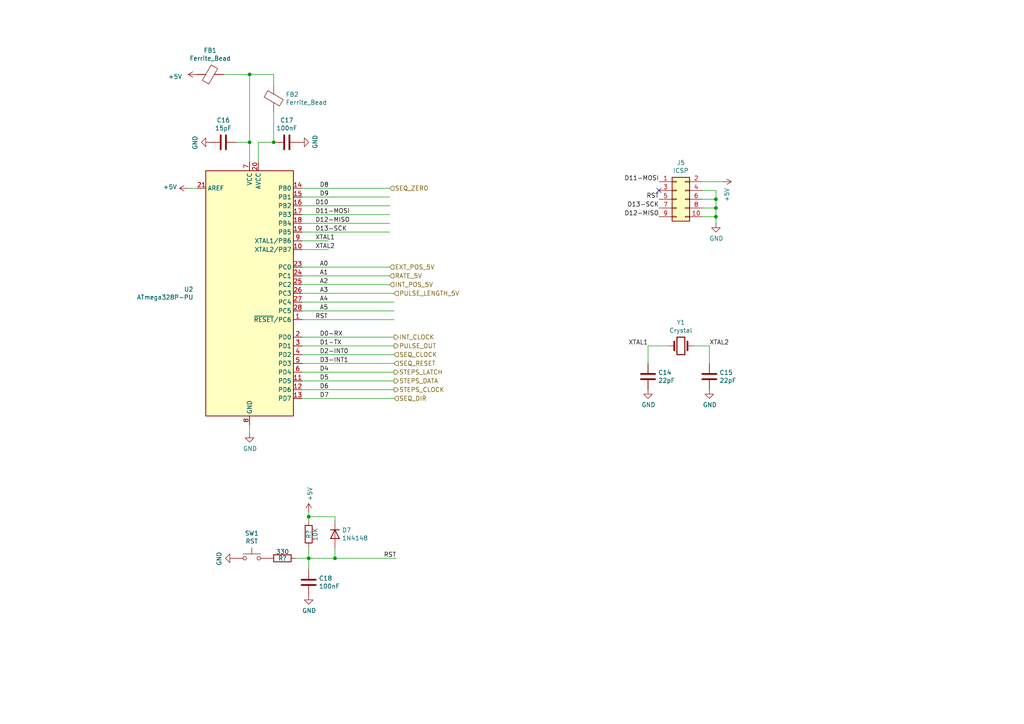
<source format=kicad_sch>
(kicad_sch (version 20230121) (generator eeschema)
  (paper "A4")
  (lib_symbols
    (symbol "Connector_Generic:Conn_02x05_Odd_Even" (pin_names (offset 1.016) hide)
      (property "Reference" "J" (at 1.27 7.62 0))
      (property "Value" "Conn_02x05_Odd_Even" (at 1.27 -7.62 0))
      (symbol "Conn_02x05_Odd_Even_1_1"
        (rectangle (start -1.27 -4.953) (end 0 -5.207) (stroke (width 0.1524)))
        (rectangle (start -1.27 -2.413) (end 0 -2.667) (stroke (width 0.1524)))
        (rectangle (start -1.27 0.127) (end 0 -0.127) (stroke (width 0.1524)))
        (rectangle (start -1.27 2.667) (end 0 2.413) (stroke (width 0.1524)))
        (rectangle (start -1.27 5.207) (end 0 4.953) (stroke (width 0.1524)))
        (rectangle (start -1.27 6.35) (end 3.81 -6.35) (stroke (width 0.254)) (fill (type background)))
        (rectangle (start 3.81 -4.953) (end 2.54 -5.207) (stroke (width 0.1524)))
        (rectangle (start 3.81 -2.413) (end 2.54 -2.667) (stroke (width 0.1524)))
        (rectangle (start 3.81 0.127) (end 2.54 -0.127) (stroke (width 0.1524)))
        (rectangle (start 3.81 2.667) (end 2.54 2.413) (stroke (width 0.1524)))
        (rectangle (start 3.81 5.207) (end 2.54 4.953) (stroke (width 0.1524)))
        (pin passive line (at -5.08 5.08 0) (length 3.81) (name "Pin_1") (number "1"))
        (pin passive line (at 7.62 -5.08 180) (length 3.81) (name "Pin_10") (number "10"))
        (pin passive line (at 7.62 5.08 180) (length 3.81) (name "Pin_2") (number "2"))
        (pin passive line (at -5.08 2.54 0) (length 3.81) (name "Pin_3") (number "3"))
        (pin passive line (at 7.62 2.54 180) (length 3.81) (name "Pin_4") (number "4"))
        (pin passive line (at -5.08 0 0) (length 3.81) (name "Pin_5") (number "5"))
        (pin passive line (at 7.62 0 180) (length 3.81) (name "Pin_6") (number "6"))
        (pin passive line (at -5.08 -2.54 0) (length 3.81) (name "Pin_7") (number "7"))
        (pin passive line (at 7.62 -2.54 180) (length 3.81) (name "Pin_8") (number "8"))
        (pin passive line (at -5.08 -5.08 0) (length 3.81) (name "Pin_9") (number "9"))
      )
    )
    (symbol "Device:C" (pin_numbers hide) (pin_names (offset 0.254))
      (property "Reference" "C" (at 0.635 2.54 0))
      (property "Value" "C" (at 0.635 -2.54 0))
      (symbol "C_0_1"
        (polyline (pts (xy -2.032 -0.762) (xy 2.032 -0.762)) (stroke (width 0.508)))
        (polyline (pts (xy -2.032 0.762) (xy 2.032 0.762)) (stroke (width 0.508)))
      )
      (symbol "C_1_1"
        (pin passive line (at 0 3.81 270) (length 2.794) (name "~") (number "1"))
        (pin passive line (at 0 -3.81 90) (length 2.794) (name "~") (number "2"))
      )
    )
    (symbol "Device:Crystal" (pin_numbers hide) (pin_names (offset 1.016) hide)
      (property "Reference" "Y" (at 0 3.81 0))
      (property "Value" "Crystal" (at 0 -3.81 0))
      (symbol "Crystal_0_1"
        (rectangle (start -1.143 2.54) (end 1.143 -2.54) (stroke (width 0.3048)))
        (polyline (pts (xy -2.54 0) (xy -1.905 0)))
        (polyline (pts (xy -1.905 -1.27) (xy -1.905 1.27)) (stroke (width 0.508)))
        (polyline (pts (xy 1.905 -1.27) (xy 1.905 1.27)) (stroke (width 0.508)))
        (polyline (pts (xy 2.54 0) (xy 1.905 0)))
      )
      (symbol "Crystal_1_1"
        (pin passive line (at -3.81 0 0) (length 1.27) (name "1") (number "1"))
        (pin passive line (at 3.81 0 180) (length 1.27) (name "2") (number "2"))
      )
    )
    (symbol "Device:D" (pin_numbers hide) (pin_names (offset 1.016) hide)
      (property "Reference" "D" (at 0 2.54 0))
      (property "Value" "D" (at 0 -2.54 0))
      (symbol "D_0_1"
        (polyline (pts (xy -1.27 1.27) (xy -1.27 -1.27)) (stroke (width 0.254)))
        (polyline (pts (xy 1.27 0) (xy -1.27 0)))
        (polyline (pts (xy 1.27 1.27) (xy 1.27 -1.27) (xy -1.27 0) (xy 1.27 1.27)) (stroke (width 0.254)))
      )
      (symbol "D_1_1"
        (pin passive line (at -3.81 0 0) (length 2.54) (name "K") (number "1"))
        (pin passive line (at 3.81 0 180) (length 2.54) (name "A") (number "2"))
      )
    )
    (symbol "Device:R" (pin_numbers hide) (pin_names (offset 0))
      (property "Reference" "R" (at 2.032 0 90))
      (property "Value" "R" (at 0 0 90))
      (symbol "R_0_1"
        (rectangle (start -1.016 -2.54) (end 1.016 2.54) (stroke (width 0.254)))
      )
      (symbol "R_1_1"
        (pin passive line (at 0 3.81 270) (length 1.27) (name "~") (number "1"))
        (pin passive line (at 0 -3.81 90) (length 1.27) (name "~") (number "2"))
      )
    )
    (symbol "Switch:SW_Push" (pin_numbers hide) (pin_names (offset 1.016) hide)
      (property "Reference" "SW" (at 1.27 2.54 0))
      (property "Value" "SW_Push" (at 0 -1.524 0))
      (symbol "SW_Push_0_1"
        (circle (center -2.032 0) (radius 0.508))
        (polyline (pts (xy 0 1.27) (xy 0 3.048)))
        (polyline (pts (xy 2.54 1.27) (xy -2.54 1.27)))
        (circle (center 2.032 0) (radius 0.508))
        (pin passive line (at -5.08 0 0) (length 2.54) (name "1") (number "1"))
        (pin passive line (at 5.08 0 180) (length 2.54) (name "2") (number "2"))
      )
    )
    (symbol "brain-rescue:ATmega328P-PU-MCU_Microchip_ATmega"
      (property "Reference" "U" (at -12.7 36.83 0))
      (property "Value" "ATmega328P-PU-MCU_Microchip_ATmega" (at 2.54 -36.83 0))
      (symbol "ATmega328P-PU-MCU_Microchip_ATmega_0_1"
        (rectangle (start -12.7 -35.56) (end 12.7 35.56) (stroke (width 0.254)) (fill (type background)))
      )
      (symbol "ATmega328P-PU-MCU_Microchip_ATmega_1_1"
        (pin tri_state line (at 15.24 -7.62 180) (length 2.54) (name "~{RESET}/PC6") (number "1"))
        (pin tri_state line (at 15.24 12.7 180) (length 2.54) (name "XTAL2/PB7") (number "10"))
        (pin tri_state line (at 15.24 -25.4 180) (length 2.54) (name "PD5") (number "11"))
        (pin tri_state line (at 15.24 -27.94 180) (length 2.54) (name "PD6") (number "12"))
        (pin tri_state line (at 15.24 -30.48 180) (length 2.54) (name "PD7") (number "13"))
        (pin tri_state line (at 15.24 30.48 180) (length 2.54) (name "PB0") (number "14"))
        (pin tri_state line (at 15.24 27.94 180) (length 2.54) (name "PB1") (number "15"))
        (pin tri_state line (at 15.24 25.4 180) (length 2.54) (name "PB2") (number "16"))
        (pin tri_state line (at 15.24 22.86 180) (length 2.54) (name "PB3") (number "17"))
        (pin tri_state line (at 15.24 20.32 180) (length 2.54) (name "PB4") (number "18"))
        (pin tri_state line (at 15.24 17.78 180) (length 2.54) (name "PB5") (number "19"))
        (pin tri_state line (at 15.24 -12.7 180) (length 2.54) (name "PD0") (number "2"))
        (pin power_in line (at 2.54 38.1 270) (length 2.54) (name "AVCC") (number "20"))
        (pin passive line (at -15.24 30.48 0) (length 2.54) (name "AREF") (number "21"))
        (pin passive line (at 0 -38.1 90) (length 2.54) hide (name "GND") (number "22"))
        (pin tri_state line (at 15.24 7.62 180) (length 2.54) (name "PC0") (number "23"))
        (pin tri_state line (at 15.24 5.08 180) (length 2.54) (name "PC1") (number "24"))
        (pin tri_state line (at 15.24 2.54 180) (length 2.54) (name "PC2") (number "25"))
        (pin tri_state line (at 15.24 0 180) (length 2.54) (name "PC3") (number "26"))
        (pin tri_state line (at 15.24 -2.54 180) (length 2.54) (name "PC4") (number "27"))
        (pin tri_state line (at 15.24 -5.08 180) (length 2.54) (name "PC5") (number "28"))
        (pin tri_state line (at 15.24 -15.24 180) (length 2.54) (name "PD1") (number "3"))
        (pin tri_state line (at 15.24 -17.78 180) (length 2.54) (name "PD2") (number "4"))
        (pin tri_state line (at 15.24 -20.32 180) (length 2.54) (name "PD3") (number "5"))
        (pin tri_state line (at 15.24 -22.86 180) (length 2.54) (name "PD4") (number "6"))
        (pin power_in line (at 0 38.1 270) (length 2.54) (name "VCC") (number "7"))
        (pin power_in line (at 0 -38.1 90) (length 2.54) (name "GND") (number "8"))
        (pin tri_state line (at 15.24 15.24 180) (length 2.54) (name "XTAL1/PB6") (number "9"))
      )
    )
    (symbol "brain-rescue:Ferrite_Bead-Device" (pin_numbers hide) (pin_names (offset 0))
      (property "Reference" "FB" (at -3.81 0.635 90))
      (property "Value" "Device_Ferrite_Bead" (at 3.81 0 90))
      (symbol "Ferrite_Bead-Device_0_1"
        (polyline (pts (xy 0 -1.27) (xy 0 -1.2192)))
        (polyline (pts (xy 0 1.27) (xy 0 1.2954)))
        (polyline (pts (xy -2.7686 0.4064) (xy -1.7018 2.2606) (xy 2.7686 -0.3048) (xy 1.6764 -2.159) (xy -2.7686 0.4064)))
      )
      (symbol "Ferrite_Bead-Device_1_1"
        (pin passive line (at 0 3.81 270) (length 2.54) (name "~") (number "1"))
        (pin passive line (at 0 -3.81 90) (length 2.54) (name "~") (number "2"))
      )
    )
    (symbol "power:+5V" (power) (pin_names (offset 0))
      (property "Value" "+5V" (at 0 3.556 0))
      (symbol "+5V_0_1"
        (polyline (pts (xy -0.762 1.27) (xy 0 2.54)))
        (polyline (pts (xy 0 0) (xy 0 2.54)))
        (polyline (pts (xy 0 2.54) (xy 0.762 1.27)))
      )
      (symbol "+5V_1_1"
        (pin power_in line (at 0 0 90) (length 0) hide (name "+5V") (number "1"))
      )
    )
    (symbol "power:GND" (power) (pin_names (offset 0))
      (property "Value" "GND" (at 0 -3.81 0))
      (symbol "GND_0_1"
        (polyline (pts (xy 0 0) (xy 0 -1.27) (xy 1.27 -1.27) (xy 0 -2.54) (xy -1.27 -1.27) (xy 0 -1.27)))
      )
      (symbol "GND_1_1"
        (pin power_in line (at 0 0 270) (length 0) hide (name "GND") (number "1"))
      )
    )
  )
  (junction (at 89.535 149.86))
  (junction (at 72.39 41.275))
  (junction (at 89.535 161.925))
  (junction (at 207.645 57.785))
  (junction (at 79.375 41.275))
  (junction (at 207.645 62.865))
  (junction (at 207.645 60.325))
  (junction (at 72.39 21.59))
  (junction (at 97.155 161.925))
  (no_connect (at 191.135 55.245))
  (wire (pts (xy 203.835 62.865) (xy 207.645 62.865)))
  (wire (pts (xy 203.835 57.785) (xy 207.645 57.785)))
  (wire (pts (xy 97.155 161.925) (xy 114.935 161.925)))
  (wire (pts (xy 89.535 151.13) (xy 89.535 149.86)))
  (wire (pts (xy 72.39 41.275) (xy 72.39 46.99)))
  (wire (pts (xy 87.63 113.03) (xy 114.3 113.03)))
  (wire (pts (xy 87.63 59.69) (xy 113.03 59.69)))
  (wire (pts (xy 187.96 100.33) (xy 187.96 105.41)))
  (wire (pts (xy 87.63 85.09) (xy 114.3 85.09)))
  (wire (pts (xy 87.63 87.63) (xy 114.3 87.63)))
  (wire (pts (xy 72.39 123.19) (xy 72.39 125.73)))
  (wire (pts (xy 87.63 100.33) (xy 114.3 100.33)))
  (wire (pts (xy 87.63 105.41) (xy 114.3 105.41)))
  (wire (pts (xy 87.63 92.71) (xy 114.3 92.71)))
  (wire (pts (xy 87.63 72.39) (xy 95.25 72.39)))
  (wire (pts (xy 207.645 60.325) (xy 207.645 62.865)))
  (wire (pts (xy 87.63 102.87) (xy 114.3 102.87)))
  (wire (pts (xy 97.155 149.86) (xy 97.155 151.13)))
  (wire (pts (xy 87.63 69.85) (xy 95.25 69.85)))
  (wire (pts (xy 87.63 54.61) (xy 113.03 54.61)))
  (wire (pts (xy 87.63 107.95) (xy 114.3 107.95)))
  (wire (pts (xy 87.63 82.55) (xy 113.03 82.55)))
  (wire (pts (xy 89.535 148.59) (xy 89.535 149.86)))
  (wire (pts (xy 87.63 57.15) (xy 113.03 57.15)))
  (wire (pts (xy 203.835 52.705) (xy 209.55 52.705)))
  (wire (pts (xy 201.295 100.33) (xy 205.74 100.33)))
  (wire (pts (xy 193.675 100.33) (xy 187.96 100.33)))
  (wire (pts (xy 79.375 21.59) (xy 79.375 24.765)))
  (wire (pts (xy 207.645 62.865) (xy 207.645 64.77)))
  (wire (pts (xy 87.63 64.77) (xy 113.03 64.77)))
  (wire (pts (xy 85.725 161.925) (xy 89.535 161.925)))
  (wire (pts (xy 203.835 60.325) (xy 207.645 60.325)))
  (wire (pts (xy 79.375 41.275) (xy 74.93 41.275)))
  (wire (pts (xy 207.645 55.245) (xy 207.645 57.785)))
  (wire (pts (xy 79.375 32.385) (xy 79.375 41.275)))
  (wire (pts (xy 89.535 165.1) (xy 89.535 161.925)))
  (wire (pts (xy 87.63 77.47) (xy 113.03 77.47)))
  (wire (pts (xy 89.535 149.86) (xy 97.155 149.86)))
  (wire (pts (xy 72.39 21.59) (xy 72.39 41.275)))
  (wire (pts (xy 68.58 41.275) (xy 72.39 41.275)))
  (wire (pts (xy 205.74 100.33) (xy 205.74 105.41)))
  (wire (pts (xy 87.63 110.49) (xy 114.3 110.49)))
  (wire (pts (xy 97.155 158.75) (xy 97.155 161.925)))
  (wire (pts (xy 64.77 21.59) (xy 72.39 21.59)))
  (wire (pts (xy 207.645 57.785) (xy 207.645 60.325)))
  (wire (pts (xy 72.39 21.59) (xy 79.375 21.59)))
  (wire (pts (xy 87.63 97.79) (xy 114.3 97.79)))
  (wire (pts (xy 203.835 55.245) (xy 207.645 55.245)))
  (wire (pts (xy 74.93 41.275) (xy 74.93 46.99)))
  (wire (pts (xy 89.535 161.925) (xy 97.155 161.925)))
  (wire (pts (xy 87.63 80.01) (xy 113.03 80.01)))
  (wire (pts (xy 87.63 62.23) (xy 113.03 62.23)))
  (wire (pts (xy 87.63 90.17) (xy 114.3 90.17)))
  (wire (pts (xy 87.63 115.57) (xy 114.3 115.57)))
  (wire (pts (xy 87.63 67.31) (xy 113.03 67.31)))
  (wire (pts (xy 54.61 54.61) (xy 57.15 54.61)))
  (wire (pts (xy 89.535 158.75) (xy 89.535 161.925)))
  (label "XTAL2" (at 91.44 72.39 0))
  (label "D2-INT0" (at 92.71 102.87 0))
  (label "D5" (at 92.71 110.49 0))
  (label "D11-MOSI" (at 91.44 62.23 0))
  (label "D9" (at 92.71 57.15 0))
  (label "D13-SCK" (at 191.135 60.325 180))
  (label "D12-MISO" (at 91.44 64.77 0))
  (label "XTAL2" (at 205.74 100.33 0))
  (label "A3" (at 92.71 85.09 0))
  (label "A1" (at 92.71 80.01 0))
  (label "A4" (at 92.71 87.63 0))
  (label "D3-INT1" (at 92.71 105.41 0))
  (label "D4" (at 92.71 107.95 0))
  (label "D6" (at 92.71 113.03 0))
  (label "A5" (at 92.71 90.17 0))
  (label "XTAL1" (at 91.44 69.85 0))
  (label "RST" (at 191.135 57.785 180))
  (label "XTAL1" (at 187.96 100.33 180))
  (label "D0-RX" (at 92.71 97.79 0))
  (label "RST" (at 91.44 92.71 0))
  (label "D10" (at 91.44 59.69 0))
  (label "D8" (at 92.71 54.61 0))
  (label "D7" (at 92.71 115.57 0))
  (label "D12-MISO" (at 191.135 62.865 180))
  (label "D1-TX" (at 92.71 100.33 0))
  (label "RST" (at 114.935 161.925 180))
  (label "A2" (at 92.71 82.55 0))
  (label "D11-MOSI" (at 191.135 52.705 180))
  (label "D13-SCK" (at 91.44 67.31 0))
  (label "A0" (at 92.71 77.47 0))
  (hierarchical_label "SEQ_DIR" (shape input) (at 114.3 115.57 0))
  (hierarchical_label "INT_POS_5V" (shape input) (at 113.03 82.55 0))
  (hierarchical_label "STEPS_LATCH" (shape output) (at 114.3 107.95 0))
  (hierarchical_label "STEPS_DATA" (shape output) (at 114.3 110.49 0))
  (hierarchical_label "SEQ_ZERO" (shape input) (at 113.03 54.61 0))
  (hierarchical_label "EXT_POS_5V" (shape input) (at 113.03 77.47 0))
  (hierarchical_label "PULSE_LENGTH_5V" (shape input) (at 114.3 85.09 0))
  (hierarchical_label "INT_CLOCK" (shape output) (at 114.3 97.79 0))
  (hierarchical_label "PULSE_OUT" (shape output) (at 114.3 100.33 0))
  (hierarchical_label "SEQ_CLOCK" (shape input) (at 114.3 102.87 0))
  (hierarchical_label "SEQ_RESET" (shape input) (at 114.3 105.41 0))
  (hierarchical_label "RATE_5V" (shape input) (at 113.03 80.01 0))
  (hierarchical_label "STEPS_CLOCK" (shape output) (at 114.3 113.03 0))
  (symbol (lib_id "Connector_Generic:Conn_02x05_Odd_Even") (at 196.215 57.785 0) (unit 1)
    (property "Reference" "J5" (at 197.485 47.1932 0))
    (property "Value" "ICSP" (at 197.485 49.5046 0))
    (property "Footprint" "Connector_PinHeader_2.54mm:PinHeader_2x05_P2.54mm_Vertical" (effects hide))
  )
  (symbol (lib_id "power:+5V") (at 209.55 52.705 270) (unit 1)
    (property "Reference" "#PWR017" (effects hide))
    (property "Value" "+5V" (at 210.82 56.515 0))
    (instances (project "brain" (path "" (reference "#PWR017") (unit 1)) (path "" (reference "#PWR?") (unit 1))))
  )
  (symbol (lib_id "power:GND") (at 207.645 64.77 0) (unit 1)
    (property "Reference" "#PWR016" (effects hide))
    (property "Value" "GND" (at 207.772 69.1642 0))
    (instances (project "brain" (path "" (reference "#PWR016") (unit 1)) (path "" (reference "#PWR?") (unit 1))))
  )
  (symbol (lib_id "Device:Crystal") (at 197.485 100.33 0) (unit 1)
    (property "Reference" "Y1" (at 197.485 93.5228 0))
    (property "Value" "Crystal" (at 197.485 95.8342 0))
    (property "Footprint" "Crystal:Crystal_HC18-U_Vertical" (effects hide))
  )
  (symbol (lib_id "power:GND") (at 187.96 113.03 0) (unit 1)
    (property "Reference" "#PWR0101" (effects hide))
    (property "Value" "GND" (at 188.087 117.4242 0))
    (instances (project "brain" (path "" (reference "#PWR0101") (unit 1)) (path "" (reference "#PWR?") (unit 1))))
  )
  (symbol (lib_id "power:GND") (at 205.74 113.03 0) (unit 1)
    (property "Reference" "#PWR0102" (effects hide))
    (property "Value" "GND" (at 205.867 117.4242 0))
    (instances (project "brain" (path "" (reference "#PWR0102") (unit 1)) (path "" (reference "#PWR?") (unit 1))))
  )
  (symbol (lib_id "Device:C") (at 205.74 109.22 0) (unit 1)
    (property "Reference" "C15" (at 208.661 108.0516 0) (effects (justify left)))
    (property "Value" "22pF" (at 208.661 110.363 0) (effects (justify left)))
    (property "Footprint" "Capacitor_THT:C_Disc_D3.0mm_W1.6mm_P2.50mm" (effects hide))
  )
  (symbol (lib_id "Device:C") (at 187.96 109.22 0) (unit 1)
    (property "Reference" "C14" (at 190.881 108.0516 0) (effects (justify left)))
    (property "Value" "22pF" (at 190.881 110.363 0) (effects (justify left)))
    (property "Footprint" "Capacitor_THT:C_Disc_D3.0mm_W1.6mm_P2.50mm" (effects hide))
  )
  (symbol (lib_id "Device:C") (at 83.185 41.275 270) (unit 1)
    (property "Reference" "C17" (at 83.185 34.8742 90))
    (property "Value" "100nF" (at 83.185 37.1856 90))
    (property "Footprint" "Capacitor_THT:C_Disc_D3.0mm_W1.6mm_P2.50mm" (effects hide))
  )
  (symbol (lib_id "brain-rescue:Ferrite_Bead-Device") (at 60.96 21.59 90) (unit 1)
    (property "Reference" "FB1" (at 60.96 14.6304 90))
    (property "Value" "Ferrite_Bead" (at 60.96 16.9418 90))
    (property "Footprint" "Inductor_THT:L_Axial_L6.6mm_D2.7mm_P10.16mm_Horizontal_Vishay_IM-2" (effects hide))
  )
  (symbol (lib_id "brain-rescue:Ferrite_Bead-Device") (at 79.375 28.575 0) (unit 1)
    (property "Reference" "FB2" (at 82.8548 27.4066 0) (effects (justify left)))
    (property "Value" "Ferrite_Bead" (at 82.8548 29.718 0) (effects (justify left)))
    (property "Footprint" "Inductor_THT:L_Axial_L6.6mm_D2.7mm_P10.16mm_Horizontal_Vishay_IM-2" (effects hide))
  )
  (symbol (lib_id "Device:C") (at 64.77 41.275 90) (unit 1)
    (property "Reference" "C16" (at 64.77 34.8742 90))
    (property "Value" "15pF" (at 64.77 37.1856 90))
    (property "Footprint" "Capacitor_THT:C_Disc_D3.0mm_W1.6mm_P2.50mm" (effects hide))
  )
  (symbol (lib_id "power:GND") (at 60.96 41.275 270) (unit 1)
    (property "Reference" "#PWR013" (effects hide))
    (property "Value" "GND" (at 56.5658 41.402 0))
    (instances (project "brain" (path "" (reference "#PWR013") (unit 1)) (path "" (reference "#PWR?") (unit 1))))
  )
  (symbol (lib_id "power:GND") (at 86.995 41.275 90) (unit 1)
    (property "Reference" "#PWR064" (effects hide))
    (property "Value" "GND" (at 91.3892 41.148 0))
    (instances (project "brain" (path "" (reference "#PWR064") (unit 1)) (path "" (reference "#PWR?") (unit 1))))
  )
  (symbol (lib_id "Switch:SW_Push") (at 73.025 161.925 0) (unit 1)
    (property "Reference" "SW1" (at 73.025 154.686 0))
    (property "Value" "RST" (at 73.025 156.9974 0))
    (property "Footprint" "Button_Switch_THT:SW_PUSH_6mm" (effects hide))
  )
  (symbol (lib_id "power:GND") (at 67.945 161.925 270) (unit 1)
    (property "Reference" "#PWR063" (effects hide))
    (property "Value" "GND" (at 63.5508 162.052 0))
    (instances (project "brain" (path "" (reference "#PWR063") (unit 1)) (path "" (reference "#PWR?") (unit 1))))
  )
  (symbol (lib_id "Device:R") (at 81.915 161.925 270) (mirror x) (unit 1)
    (property "Reference" "R?" (at 80.645 161.925 90) (effects (justify left)))
    (property "Value" "330" (at 80.01 160.02 90) (effects (justify left)))
    (property "Footprint" "Resistor_THT:R_Axial_DIN0207_L6.3mm_D2.5mm_P7.62mm_Horizontal" (effects hide))
    (instances (project "brain" (path "" (reference "R?") (unit 1)) (path "" (reference "R40") (unit 1))))
  )
  (symbol (lib_id "Device:R") (at 89.535 154.94 0) (mirror x) (unit 1)
    (property "Reference" "R?" (at 89.535 153.67 90) (effects (justify left)))
    (property "Value" "10K" (at 91.44 153.035 90) (effects (justify left)))
    (property "Footprint" "Resistor_THT:R_Axial_DIN0207_L6.3mm_D2.5mm_P7.62mm_Horizontal" (effects hide))
    (instances (project "brain" (path "" (reference "R?") (unit 1)) (path "" (reference "R41") (unit 1))))
  )
  (symbol (lib_id "power:+5V") (at 89.535 148.59 0) (unit 1)
    (property "Reference" "#PWR065" (effects hide))
    (property "Value" "+5V" (at 89.916 145.3388 90) (effects (justify left)))
    (instances (project "brain" (path "" (reference "#PWR065") (unit 1)) (path "" (reference "#PWR?") (unit 1))))
  )
  (symbol (lib_id "Device:C") (at 89.535 168.91 0) (unit 1)
    (property "Reference" "C18" (at 92.456 167.7416 0) (effects (justify left)))
    (property "Value" "100nF" (at 92.456 170.053 0) (effects (justify left)))
    (property "Footprint" "Capacitor_THT:C_Disc_D3.0mm_W1.6mm_P2.50mm" (effects hide))
  )
  (symbol (lib_id "power:GND") (at 89.535 172.72 0) (unit 1)
    (property "Reference" "#PWR066" (effects hide))
    (property "Value" "GND" (at 89.662 177.1142 0))
    (instances (project "brain" (path "" (reference "#PWR066") (unit 1)) (path "" (reference "#PWR?") (unit 1))))
  )
  (symbol (lib_id "Device:D") (at 97.155 154.94 270) (unit 1)
    (property "Reference" "D7" (at 99.1616 153.7716 90) (effects (justify left)))
    (property "Value" "1N4148" (at 99.1616 156.083 90) (effects (justify left)))
    (property "Footprint" "Diode_THT:D_A-405_P7.62mm_Horizontal" (effects hide))
  )
  (symbol (lib_id "brain-rescue:ATmega328P-PU-MCU_Microchip_ATmega") (at 72.39 85.09 0) (unit 1)
    (property "Reference" "U2" (at 56.1086 83.9216 0) (effects (justify right)))
    (property "Value" "ATmega328P-PU" (at 56.1086 86.233 0) (effects (justify right)))
    (property "Footprint" "Package_DIP:DIP-28_W7.62mm" (effects hide))
    (property "Datasheet" "http://ww1.microchip.com/downloads/en/DeviceDoc/ATmega328_P%20AVR%20MCU%20with%20picoPower%20Technology%20Data%20Sheet%2040001984A.pdf" (effects hide))
    (instances (project "brain" (path "" (reference "U2") (unit 1)) (path "" (reference "U?") (unit 1))))
  )
  (symbol (lib_id "power:+5V") (at 54.61 54.61 90) (unit 1)
    (property "Reference" "#PWR012" (effects hide))
    (property "Value" "+5V" (at 51.3588 54.229 90) (effects (justify left)))
    (instances (project "brain" (path "" (reference "#PWR012") (unit 1)) (path "" (reference "#PWR?") (unit 1))))
  )
  (symbol (lib_id "power:+5V") (at 57.15 21.59 90) (unit 1)
    (property "Reference" "#PWR015" (effects hide))
    (property "Value" "+5V" (at 50.8 22.225 90))
    (instances (project "brain" (path "" (reference "#PWR015") (unit 1)) (path "" (reference "#PWR?") (unit 1))))
  )
  (symbol (lib_id "power:GND") (at 72.39 125.73 0) (unit 1)
    (property "Reference" "#PWR014" (effects hide))
    (property "Value" "GND" (at 72.517 130.1242 0))
    (instances (project "brain" (path "" (reference "#PWR014") (unit 1)) (path "" (reference "#PWR?") (unit 1))))
  )
)
</source>
